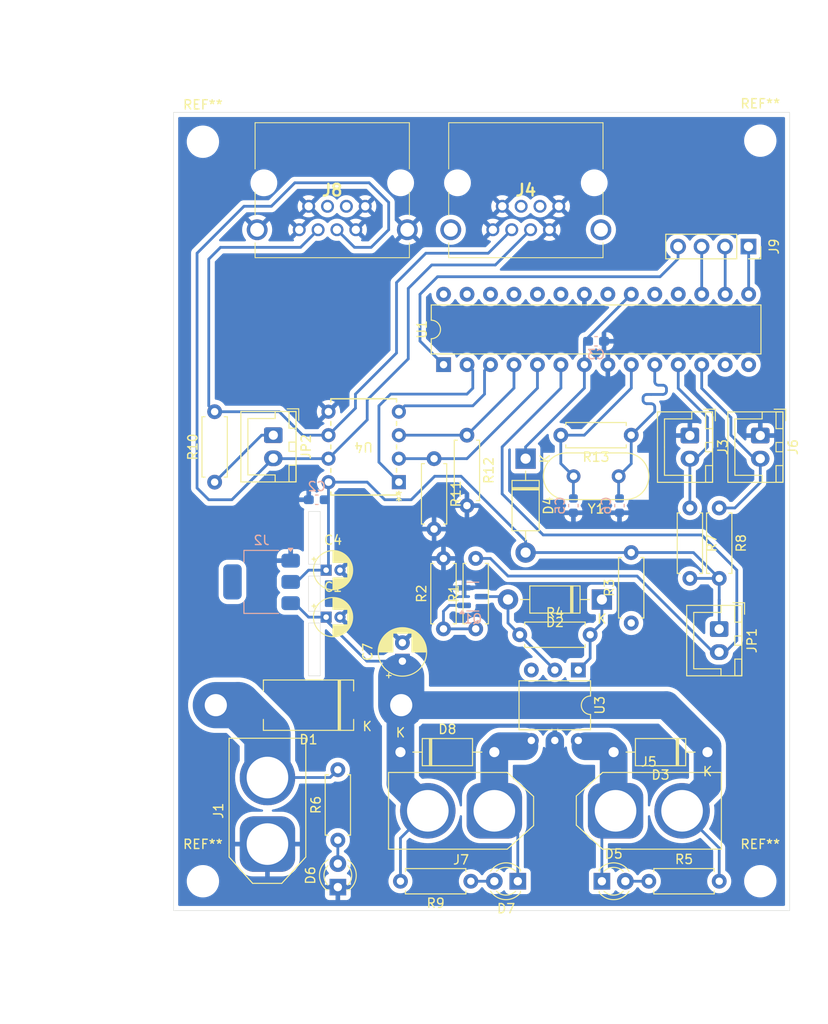
<source format=kicad_pcb>
(kicad_pcb (version 20240108) (generator "pcbnew") (generator_version "8.0")
  (layers (0 "F.Cu" signal) (31 "B.Cu" signal) (34 "B.Paste" user) (35 "F.Paste" user) (36 "B.SilkS" user "B.Silkscreen") (37 "F.SilkS" user "F.Silkscreen") (38 "B.Mask" user) (39 "F.Mask" user) (44 "Edge.Cuts" user))
  (net 0 "")
  (net 1 "GND")
  (net 2 "+12V")
  (net 3 "Net-(D1-A)")
  (net 4 "+5V")
  (net 5 "Net-(D4-K)")
  (net 6 "Net-(D5-A)")
  (net 7 "Net-(D6-A)")
  (net 8 "/Debug-sw1")
  (net 9 "/Debug-sw2")
  (net 10 "/Igniter-signal")
  (net 11 "/RS232C-TX-IN")
  (net 12 "/RS232C-RX-OUT")
  (net 13 "Net-(D7-A)")
  (net 14 "Net-(D3-A)")
  (net 15 "/RS485/A")
  (net 16 "/RS485/B")
  (net 17 "Net-(D7-K)")
  (net 19 "Net-(D2-A)")
  (net 22 "Net-(D2-K)")
  (net 23 "Net-(J9-Pin_2)")
  (net 24 "Net-(J9-Pin_1)")
  (net 25 "Net-(J9-Pin_3)")
  (net 26 "Net-(J9-Pin_4)")
  (net 27 "/RS485_*RE")
  (net 28 "/RS485_DE")
  (net 38 "Net-(U1-XTAL1{slash}PB6)")
  (net 40 "Net-(U1-XTAL2{slash}PB7)")
  (net 44 "Net-(Q1-G)")
  (net 45 "Net-(JP2-A)")
  (footprint "Connector_JST:JST_XH_B2B-XH-A_1x02_P2.50mm_Vertical" (layer "F.Cu") (at 172.72 94.02 -90)
    (property "Reference" "J3" (at 1.25 -3.55 90) (layer "F.SilkS"))
    (property "Value" "debug-sw1")
    (pad "1" thru_hole roundrect (at 0 0 270) (size 1.7 2) (drill 1) (layers "*.Cu" "*.Mask") (roundrect_rratio 0.147059) (net 1 "GND"))
    (pad "2" thru_hole oval (at 2.5 0 270) (size 1.7 2) (drill 1) (layers "*.Cu" "*.Mask") (net 8 "/Debug-sw1"))
  )
  (footprint "MountingHole:MountingHole_3mm" (layer "F.Cu") (at 120.015 62.23)
    (property "Reference" "REF**" (at 0 -4 0) (layer "F.SilkS"))
    (property "Value" "MountingHole_3mm")
    (pad "" np_thru_hole circle (at 0 0) (size 3 3) (drill 3) (layers "*.Cu" "*.Mask"))
  )
  (footprint "Connector_PinSocket_2.54mm:PinSocket_1x04_P2.54mm_Vertical" (layer "F.Cu") (at 179.06 73.57 -90)
    (property "Reference" "J9" (at 0 -2.77 90) (layer "F.SilkS"))
    (property "Value" "Conn_01x04_Socket")
    (pad "1" thru_hole rect (at 0 0 270) (size 1.7 1.7) (drill 1) (layers "*.Cu" "*.Mask") (net 24 "Net-(J9-Pin_1)"))
    (pad "2" thru_hole oval (at 0 2.54 270) (size 1.7 1.7) (drill 1) (layers "*.Cu" "*.Mask") (net 23 "Net-(J9-Pin_2)"))
    (pad "3" thru_hole oval (at 0 5.08 270) (size 1.7 1.7) (drill 1) (layers "*.Cu" "*.Mask") (net 25 "Net-(J9-Pin_3)"))
    (pad "4" thru_hole oval (at 0 7.62 270) (size 1.7 1.7) (drill 1) (layers "*.Cu" "*.Mask") (net 26 "Net-(J9-Pin_4)"))
  )
  (footprint "LED_THT:LED_D3.0mm" (layer "F.Cu") (at 134.62 142.875 90)
    (property "Reference" "D6" (at 1.27 -2.96 90) (layer "F.SilkS"))
    (property "Value" "LED")
    (pad "1" thru_hole rect (at 0 0 90) (size 1.8 1.8) (drill 0.9) (layers "*.Cu" "*.Mask") (net 1 "GND"))
    (pad "2" thru_hole circle (at 2.54 0 90) (size 1.8 1.8) (drill 0.9) (layers "*.Cu" "*.Mask") (net 7 "Net-(D6-A)"))
  )
  (footprint "Resistor_THT:R_Axial_DIN0207_L6.3mm_D2.5mm_P7.62mm_Horizontal" (layer "F.Cu") (at 149.54 114.935 90)
    (property "Reference" "R1" (at 3.81 -2.37 90) (layer "F.SilkS"))
    (property "Value" "100")
    (pad "1" thru_hole circle (at 0 0 90) (size 1.6 1.6) (drill 0.8) (layers "*.Cu" "*.Mask") (net 44 "Net-(Q1-G)"))
    (pad "2" thru_hole oval (at 7.62 0 90) (size 1.6 1.6) (drill 0.8) (layers "*.Cu" "*.Mask") (net 10 "/Igniter-signal"))
  )
  (footprint "0000_my_footprint:78108P8C" (layer "F.Cu") (at 158.537519 69.215 180)
    (property "Reference" "J4" (at 3.57 1.74 180) (layer "F.SilkS") (effects (font (size 1.27 1.27) (thickness 0.254))))
    (property "Value" "RJ45" (hide yes))
    (pad "" np_thru_hole circle (at -3.83 2.54 180) (size 2.4 2.4) (drill 2.4) (layers "*.Cu" "*.Mask"))
    (pad "" np_thru_hole circle (at 10.97 2.54 180) (size 2.4 2.4) (drill 2.4) (layers "*.Cu" "*.Mask"))
    (pad "1" thru_hole circle (at 0 0 180) (size 1.4 1.4) (drill 0.9) (layers "*.Cu" "*.Mask") (net 1 "GND"))
    (pad "2" thru_hole circle (at 1.02 -2.54 180) (size 1.4 1.4) (drill 0.9) (layers "*.Cu" "*.Mask") (net 1 "GND"))
    (pad "3" thru_hole circle (at 2.04 0 180) (size 1.4 1.4) (drill 0.9) (layers "*.Cu" "*.Mask"))
    (pad "4" thru_hole circle (at 3.06 -2.54 180) (size 1.4 1.4) (drill 0.9) (layers "*.Cu" "*.Mask") (net 16 "/RS485/B"))
    (pad "5" thru_hole circle (at 4.08 0 180) (size 1.4 1.4) (drill 0.9) (layers "*.Cu" "*.Mask"))
    (pad "6" thru_hole circle (at 5.1 -2.54 180) (size 1.4 1.4) (drill 0.9) (layers "*.Cu" "*.Mask") (net 15 "/RS485/A"))
    (pad "7" thru_hole circle (at 6.12 0 180) (size 1.4 1.4) (drill 0.9) (layers "*.Cu" "*.Mask") (net 1 "GND"))
    (pad "8" thru_hole circle (at 7.14 -2.54 180) (size 1.4 1.4) (drill 0.9) (layers "*.Cu" "*.Mask") (net 1 "GND"))
    (pad "9" thru_hole circle (at -4.555 -2.54 180) (size 2.25 2.25) (drill 1.5) (layers "*.Cu" "*.Mask"))
    (pad "10" thru_hole circle (at 11.695 -2.54 180) (size 2.25 2.25) (drill 1.5) (layers "*.Cu" "*.Mask"))
  )
  (footprint "Diode_THT:D_DO-41_SOD81_P10.16mm_Horizontal" (layer "F.Cu") (at 141.395 128.27)
    (property "Reference" "D8" (at 5.08 -2.47 0) (layer "F.SilkS"))
    (property "Value" "1N4007")
    (fp_text user "K" (at 0 -2.1 0) (layer "F.SilkS"))
    (pad "1" thru_hole rect (at 0 0) (size 2.2 2.2) (drill 1.1) (layers "*.Cu" "*.Mask") (net 2 "+12V"))
    (pad "2" thru_hole oval (at 10.16 0) (size 2.2 2.2) (drill 1.1) (layers "*.Cu" "*.Mask") (net 17 "Net-(D7-K)"))
  )
  (footprint "0000_my_footprint:78108P8C" (layer "F.Cu") (at 137.582519 69.215 180)
    (property "Reference" "J8" (at 3.57 1.74 180) (layer "F.SilkS") (effects (font (size 1.27 1.27) (thickness 0.254))))
    (property "Value" "RJ45" (hide yes))
    (pad "" np_thru_hole circle (at -3.83 2.54 180) (size 2.4 2.4) (drill 2.4) (layers "*.Cu" "*.Mask"))
    (pad "" np_thru_hole circle (at 10.97 2.54 180) (size 2.4 2.4) (drill 2.4) (layers "*.Cu" "*.Mask"))
    (pad "1" thru_hole circle (at 0 0 180) (size 1.4 1.4) (drill 0.9) (layers "*.Cu" "*.Mask") (net 1 "GND"))
    (pad "2" thru_hole circle (at 1.02 -2.54 180) (size 1.4 1.4) (drill 0.9) (layers "*.Cu" "*.Mask") (net 1 "GND"))
    (pad "3" thru_hole circle (at 2.04 0 180) (size 1.4 1.4) (drill 0.9) (layers "*.Cu" "*.Mask"))
    (pad "4" thru_hole circle (at 3.06 -2.54 180) (size 1.4 1.4) (drill 0.9) (layers "*.Cu" "*.Mask") (net 16 "/RS485/B"))
    (pad "5" thru_hole circle (at 4.08 0 180) (size 1.4 1.4) (drill 0.9) (layers "*.Cu" "*.Mask"))
    (pad "6" thru_hole circle (at 5.1 -2.54 180) (size 1.4 1.4) (drill 0.9) (layers "*.Cu" "*.Mask") (net 15 "/RS485/A"))
    (pad "7" thru_hole circle (at 6.12 0 180) (size 1.4 1.4) (drill 0.9) (layers "*.Cu" "*.Mask") (net 1 "GND"))
    (pad "8" thru_hole circle (at 7.14 -2.54 180) (size 1.4 1.4) (drill 0.9) (layers "*.Cu" "*.Mask") (net 1 "GND"))
    (pad "9" thru_hole circle (at -4.555 -2.54 180) (size 2.25 2.25) (drill 1.5) (layers "*.Cu" "*.Mask") (net 1 "GND"))
    (pad "10" thru_hole circle (at 11.695 -2.54 180) (size 2.25 2.25) (drill 1.5) (layers "*.Cu" "*.Mask") (net 1 "GND"))
  )
  (footprint "MountingHole:MountingHole_3mm" (layer "F.Cu") (at 180.34 142.24)
    (property "Reference" "REF**" (at 0 -4 0) (layer "F.SilkS"))
    (property "Value" "MountingHole_3mm")
    (pad "" np_thru_hole circle (at 0 0) (size 3 3) (drill 3) (layers "*.Cu" "*.Mask"))
  )
  (footprint "LED_THT:LED_D3.0mm" (layer "F.Cu") (at 154.095 142.24 180)
    (property "Reference" "D7" (at 1.27 -2.96 0) (layer "F.SilkS"))
    (property "Value" "LED")
    (pad "1" thru_hole rect (at 0 0 180) (size 1.8 1.8) (drill 0.9) (layers "*.Cu" "*.Mask") (net 17 "Net-(D7-K)"))
    (pad "2" thru_hole circle (at 2.54 0 180) (size 1.8 1.8) (drill 0.9) (layers "*.Cu" "*.Mask") (net 13 "Net-(D7-A)"))
  )
  (footprint "Resistor_THT:R_Axial_DIN0207_L6.3mm_D2.5mm_P7.62mm_Horizontal" (layer "F.Cu") (at 149.015 142.24 180)
    (property "Reference" "R9" (at 3.81 -2.37 0) (layer "F.SilkS"))
    (property "Value" "1k")
    (pad "1" thru_hole circle (at 0 0 180) (size 1.6 1.6) (drill 0.8) (layers "*.Cu" "*.Mask") (net 13 "Net-(D7-A)"))
    (pad "2" thru_hole oval (at 7.62 0 180) (size 1.6 1.6) (drill 0.8) (layers "*.Cu" "*.Mask") (net 2 "+12V"))
  )
  (footprint "Capacitor_THT:CP_Radial_D5.0mm_P2.00mm" (layer "F.Cu") (at 141.605 118.430113 90)
    (property "Reference" "C7" (at 1 -3.75 90) (layer "F.SilkS"))
    (property "Value" "100u")
    (pad "1" thru_hole rect (at 0 0 90) (size 1.6 1.6) (drill 0.8) (layers "*.Cu" "*.Mask") (net 2 "+12V"))
    (pad "2" thru_hole circle (at 2 0 90) (size 1.6 1.6) (drill 0.8) (layers "*.Cu" "*.Mask") (net 1 "GND"))
  )
  (footprint "Resistor_THT:R_Axial_DIN0207_L6.3mm_D2.5mm_P7.62mm_Horizontal" (layer "F.Cu") (at 168.275 142.24)
    (property "Reference" "R5" (at 3.81 -2.37 0) (layer "F.SilkS"))
    (property "Value" "1k")
    (pad "1" thru_hole circle (at 0 0) (size 1.6 1.6) (drill 0.8) (layers "*.Cu" "*.Mask") (net 6 "Net-(D5-A)"))
    (pad "2" thru_hole oval (at 7.62 0) (size 1.6 1.6) (drill 0.8) (layers "*.Cu" "*.Mask") (net 2 "+12V"))
  )
  (footprint "Diode_THT:D_DO-41_SOD81_P10.16mm_Horizontal" (layer "F.Cu") (at 154.94 96.52 -90)
    (property "Reference" "D4" (at 5.08 -2.47 90) (layer "F.SilkS"))
    (property "Value" "45V2A SBM245L")
    (fp_text user "K" (at 0 -2.1 90) (layer "F.SilkS"))
    (pad "1" thru_hole rect (at 0 0 270) (size 2.2 2.2) (drill 1.1) (layers "*.Cu" "*.Mask") (net 5 "Net-(D4-K)"))
    (pad "2" thru_hole oval (at 10.16 0 270) (size 2.2 2.2) (drill 1.1) (layers "*.Cu" "*.Mask") (net 4 "+5V"))
  )
  (footprint "Connector_AMASS:AMASS_XT60-M_1x02_P7.20mm_Vertical" (layer "F.Cu") (at 151.555 134.62 180)
    (property "Reference" "J7" (at 3.6 -5.3 0) (layer "F.SilkS"))
    (property "Value" "Igniter-2")
    (pad "1" thru_hole roundrect (at 0 0 180) (size 6 6) (drill 4.5) (layers "*.Cu" "*.Mask") (net 17 "Net-(D7-K)"))
    (pad "2" thru_hole circle (at 7.2 0 180) (size 6 6) (drill 4.5) (layers "*.Cu" "*.Mask") (net 2 "+12V"))
  )
  (footprint "LED_THT:LED_D3.0mm" (layer "F.Cu") (at 163.195 142.24)
    (property "Reference" "D5" (at 1.27 -2.96 0) (layer "F.SilkS"))
    (property "Value" "LED")
    (pad "1" thru_hole rect (at 0 0) (size 1.8 1.8) (drill 0.9) (layers "*.Cu" "*.Mask") (net 14 "Net-(D3-A)"))
    (pad "2" thru_hole circle (at 2.54 0) (size 1.8 1.8) (drill 0.9) (layers "*.Cu" "*.Mask") (net 6 "Net-(D5-A)"))
  )
  (footprint "0000_my_footprint:SBM1060LSS_P20mm_Horizontal" (layer "F.Cu") (at 137.795 123.19 180)
    (property "Reference" "D1" (at 6.35 -3.725 360) (layer "F.SilkS"))
    (property "Value" "45V10A SBM1045VSS")
    (fp_text user "K" (at 0 -2.3 360) (layer "F.SilkS"))
    (pad "1" thru_hole rect (at -3.683 0 180) (size 3.6 3.6) (drill 2.4) (layers "*.Cu" "*.Mask") (net 2 "+12V"))
    (pad "2" thru_hole oval (at 16.383 0 180) (size 3.6 3.6) (drill 2.4) (layers "*.Cu" "*.Mask") (net 3 "Net-(D1-A)"))
  )
  (footprint "Diode_THT:D_DO-41_SOD81_P10.16mm_Horizontal" (layer "F.Cu") (at 163.195 111.76 180)
    (property "Reference" "D2" (at 5.08 -2.47 0) (layer "F.SilkS"))
    (property "Value" "diode")
    (fp_text user "K" (at 0 -2.1 0) (layer "F.SilkS"))
    (pad "1" thru_hole rect (at 0 0 180) (size 2.2 2.2) (drill 1.1) (layers "*.Cu" "*.Mask") (net 22 "Net-(D2-K)"))
    (pad "2" thru_hole oval (at 10.16 0 180) (size 2.2 2.2) (drill 1.1) (layers "*.Cu" "*.Mask") (net 19 "Net-(D2-A)"))
  )
  (footprint "Capacitor_THT:CP_Radial_D4.0mm_P1.50mm" (layer "F.Cu") (at 133.35 113.665)
    (property "Reference" "C1" (at 0.75 -3.25 0) (layer "F.SilkS"))
    (property "Value" "47u")
    (pad "1" thru_hole rect (at 0 0) (size 1.2 1.2) (drill 0.6) (layers "*.Cu" "*.Mask") (net 2 "+12V"))
    (pad "2" thru_hole circle (at 1.5 0) (size 1.2 1.2) (drill 0.6) (layers "*.Cu" "*.Mask") (net 1 "GND"))
  )
  (footprint "Resistor_THT:R_Axial_DIN0207_L6.3mm_D2.5mm_P7.62mm_Horizontal" (layer "F.Cu") (at 166.37 93.98 180)
    (property "Reference" "R13" (at 3.81 -2.37 360) (layer "F.SilkS"))
    (property "Value" "1M")
    (pad "1" thru_hole circle (at 0 0 180) (size 1.6 1.6) (drill 0.8) (layers "*.Cu" "*.Mask") (net 40 "Net-(U1-XTAL2{slash}PB7)"))
    (pad "2" thru_hole oval (at 7.62 0 180) (size 1.6 1.6) (drill 0.8) (layers "*.Cu" "*.Mask") (net 38 "Net-(U1-XTAL1{slash}PB6)"))
  )
  (footprint "Resistor_THT:R_Axial_DIN0207_L6.3mm_D2.5mm_P7.62mm_Horizontal" (layer "F.Cu") (at 134.62 137.795 90)
    (property "Reference" "R6" (at 3.81 -2.37 90) (layer "F.SilkS"))
    (property "Value" "1k")
    (pad "1" thru_hole circle (at 0 0 90) (size 1.6 1.6) (drill 0.8) (layers "*.Cu" "*.Mask") (net 7 "Net-(D6-A)"))
    (pad "2" thru_hole oval (at 7.62 0 90) (size 1.6 1.6) (drill 0.8) (layers "*.Cu" "*.Mask") (net 3 "Net-(D1-A)"))
  )
  (footprint "Resistor_THT:R_Axial_DIN0207_L6.3mm_D2.5mm_P7.62mm_Horizontal" (layer "F.Cu") (at 175.895 101.854 -90)
    (property "Reference" "R8" (at 3.81 -2.37 90) (layer "F.SilkS"))
    (property "Value" "1k")
    (pad "1" thru_hole circle (at 0 0 270) (size 1.6 1.6) (drill 0.8) (layers "*.Cu" "*.Mask") (net 9 "/Debug-sw2"))
    (pad "2" thru_hole oval (at 7.62 0 270) (size 1.6 1.6) (drill 0.8) (layers "*.Cu" "*.Mask") (net 4 "+5V"))
  )
  (footprint "Connector_JST:JST_XH_B2B-XH-A_1x02_P2.50mm_Vertical" (layer "F.Cu") (at 180.34 94.02 -90)
    (property "Reference" "J6" (at 1.25 -3.55 90) (layer "F.SilkS"))
    (property "Value" "debug-sw1")
    (pad "1" thru_hole roundrect (at 0 0 270) (size 1.7 2) (drill 1) (layers "*.Cu" "*.Mask") (roundrect_rratio 0.147059) (net 1 "GND"))
    (pad "2" thru_hole oval (at 2.5 0 270) (size 1.7 2) (drill 1) (layers "*.Cu" "*.Mask") (net 9 "/Debug-sw2"))
  )
  (footprint "000b:PDIP-8_N_LIT" (layer "F.Cu") (at 141.224 99.06 180)
    (property "Reference" "U4" (at 3.81 3.81 180) (layer "F.SilkS"))
    (property "Value" "LTC1480CN8-PBF")
    (fp_text user "*" (at 0 -1.524 180) (layer "F.SilkS"))
    (fp_text user "*" (at 0 -1.524 0) (layer "F.SilkS"))
    (pad "1" thru_hole rect (at 0 0 180) (size 1.524 1.524) (drill 0.8128) (layers "*.Cu" "*.Mask") (net 12 "/RS232C-RX-OUT"))
    (pad "2" thru_hole circle (at 0 2.54 180) (size 1.524 1.524) (drill 0.8128) (layers "*.Cu" "*.Mask") (net 27 "/RS485_*RE"))
    (pad "3" thru_hole circle (at 0 5.08 180) (size 1.524 1.524) (drill 0.8128) (layers "*.Cu" "*.Mask") (net 28 "/RS485_DE"))
    (pad "4" thru_hole circle (at 0 7.62 180) (size 1.524 1.524) (drill 0.8128) (layers "*.Cu" "*.Mask") (net 11 "/RS232C-TX-IN"))
    (pad "5" thru_hole circle (at 7.62 7.62 180) (size 1.524 1.524) (drill 0.8128) (layers "*.Cu" "*.Mask") (net 1 "GND"))
    (pad "6" thru_hole circle (at 7.62 5.08 180) (size 1.524 1.524) (drill 0.8128) (layers "*.Cu" "*.Mask") (net 15 "/RS485/A"))
    (pad "7" thru_hole circle (at 7.62 2.54 180) (size 1.524 1.524) (drill 0.8128) (layers "*.Cu" "*.Mask") (net 16 "/RS485/B"))
    (pad "8" thru_hole circle (at 7.62 0 180) (size 1.524 1.524) (drill 0.8128) (layers "*.Cu" "*.Mask") (net 4 "+5V"))
  )
  (footprint "Resistor_THT:R_Axial_DIN0207_L6.3mm_D2.5mm_P7.62mm_Horizontal" (layer "F.Cu") (at 145.034 96.52 -90)
    (property "Reference" "R11" (at 3.81 -2.37 90) (layer "F.SilkS"))
    (property "Value" "1k")
    (pad "1" thru_hole circle (at 0 0 270) (size 1.6 1.6) (drill 0.8) (layers "*.Cu" "*.Mask") (net 27 "/RS485_*RE"))
    (pad "2" thru_hole oval (at 7.62 0 270) (size 1.6 1.6) (drill 0.8) (layers "*.Cu" "*.Mask") (net 1 "GND"))
  )
  (footprint "Package_DIP:DIP-6_W7.62mm" (layer "F.Cu") (at 160.64 119.39 -90)
    (property "Reference" "U3" (at 3.81 -2.33 -90) (layer "F.SilkS"))
    (property "Value" "TLP3543A")
    (pad "1" thru_hole rect (at 0 0 270) (size 1.6 1.6) (drill 0.8) (layers "*.Cu" "*.Mask") (net 22 "Net-(D2-K)"))
    (pad "2" thru_hole oval (at 0 2.54 270) (size 1.6 1.6) (drill 0.8) (layers "*.Cu" "*.Mask") (net 19 "Net-(D2-A)"))
    (pad "3" thru_hole oval (at 0 5.08 270) (size 1.6 1.6) (drill 0.8) (layers "*.Cu" "*.Mask"))
    (pad "4" thru_hole oval (at 7.62 5.08 270) (size 1.6 1.6) (drill 0.8) (layers "*.Cu" "*.Mask") (net 17 "Net-(D7-K)"))
    (pad "5" thru_hole oval (at 7.62 2.54 270) (size 1.6 1.6) (drill 0.8) (layers "*.Cu" "*.Mask") (net 1 "GND"))
    (pad "6" thru_hole oval (at 7.62 0 270) (size 1.6 1.6) (drill 0.8) (layers "*.Cu" "*.Mask") (net 14 "Net-(D3-A)"))
  )
  (footprint "Crystal:Crystal_HC49-4H_Vertical" (layer "F.Cu") (at 165.01 98.425 180)
    (property "Reference" "Y1" (at 2.44 -3.525 0) (layer "F.SilkS"))
    (property "Value" "Crystal_GND3_Small")
    (pad "1" thru_hole circle (at 0 0 180) (size 1.5 1.5) (drill 0.8) (layers "*.Cu" "*.Mask") (net 40 "Net-(U1-XTAL2{slash}PB7)"))
    (pad "2" thru_hole circle (at 4.88 0 180) (size 1.5 1.5) (drill 0.8) (layers "*.Cu" "*.Mask") (net 38 "Net-(U1-XTAL1{slash}PB6)"))
  )
  (footprint "Connector_JST:JST_XH_B2B-XH-A_1x02_P2.50mm_Vertical" (layer "F.Cu") (at 127.635 93.98 -90)
    (property "Reference" "JP2" (at 1.25 -3.55 90) (layer "F.SilkS"))
    (property "Value" "Jumper_2_Small_Bridged")
    (pad "1" thru_hole roundrect (at 0 0 270) (size 1.7 2) (drill 1) (layers "*.Cu" "*.Mask") (roundrect_rratio 0.147059) (net 45 "Net-(JP2-A)"))
    (pad "2" thru_hole oval (at 2.5 0 270) (size 1.7 2) (drill 1) (layers "*.Cu" "*.Mask") (net 16 "/RS485/B"))
  )
  (footprint "Resistor_THT:R_Axial_DIN0207_L6.3mm_D2.5mm_P7.62mm_Horizontal" (layer "F.Cu") (at 154.305 115.57)
    (property "Reference" "R4" (at 3.81 -2.37 0) (layer "F.SilkS"))
    (property "Value" "2k")
    (pad "1" thru_hole circle (at 0 0) (size 1.6 1.6) (drill 0.8) (layers "*.Cu" "*.Mask") (net 19 "Net-(D2-A)"))
    (pad "2" thru_hole oval (at 7.62 0) (size 1.6 1.6) (drill 0.8) (layers "*.Cu" "*.Mask") (net 22 "Net-(D2-K)"))
  )
  (footprint "Connector_AMASS:AMASS_XT60-M_1x02_P7.20mm_Vertical" (layer "F.Cu") (at 164.675 134.62)
    (property "Reference" "J5" (at 3.6 -5.3 180) (layer "F.SilkS"))
    (property "Value" "Igniter-1")
    (pad "1" thru_hole roundrect (at 0 0) (size 6 6) (drill 4.5) (layers "*.Cu" "*.Mask") (net 14 "Net-(D3-A)"))
    (pad "2" thru_hole circle (at 7.2 0) (size 6 6) (drill 4.5) (layers "*.Cu" "*.Mask") (net 2 "+12V"))
  )
  (footprint "Capacitor_THT:CP_Radial_D4.0mm_P1.50mm" (layer "F.Cu") (at 133.35 108.585)
    (property "Reference" "C4" (at 0.75 -3.25 0) (layer "F.SilkS"))
    (property "Value" "47u")
    (pad "1" thru_hole rect (at 0 0) (size 1.2 1.2) (drill 0.6) (layers "*.Cu" "*.Mask") (net 4 "+5V"))
    (pad "2" thru_hole circle (at 1.5 0) (size 1.2 1.2) (drill 0.6) (layers "*.Cu" "*.Mask") (net 1 "GND"))
  )
  (footprint "MountingHole:MountingHole_3mm" (layer "F.Cu") (at 120.015 142.24)
    (property "Reference" "REF**" (at 0 -4 0) (layer "F.SilkS"))
    (property "Value" "MountingHole_3mm")
    (pad "" np_thru_hole circle (at 0 0) (size 3 3) (drill 3) (layers "*.Cu" "*.Mask"))
  )
  (footprint "Resistor_THT:R_Axial_DIN0207_L6.3mm_D2.5mm_P7.62mm_Horizontal" (layer "F.Cu") (at 121.285 99.06 90)
    (property "Reference" "R10" (at 3.81 -2.37 90) (layer "F.SilkS"))
    (property "Value" "120")
    (pad "1" thru_hole circle (at 0 0 90) (size 1.6 1.6) (drill 0.8) (layers "*.Cu" "*.Mask") (net 45 "Net-(JP2-A)"))
    (pad "2" thru_hole oval (at 7.62 0 90) (size 1.6 1.6) (drill 0.8) (layers "*.Cu" "*.Mask") (net 15 "/RS485/A"))
  )
  (footprint "Connector_JST:JST_XH_B2B-XH-A_1x02_P2.50mm_Vertical" (layer "F.Cu") (at 175.885 114.955 -90)
    (property "Reference" "JP1" (at 1.25 -3.55 90) (layer "F.SilkS"))
    (property "Value" "Jumper_2_Open")
    (pad "1" thru_hole roundrect (at 0 0 270) (size 1.7 2) (drill 1) (layers "*.Cu" "*.Mask") (roundrect_rratio 0.147059) (net 4 "+5V"))
    (pad "2" thru_hole oval (at 2.5 0 270) (size 1.7 2) (drill 1) (layers "*.Cu" "*.Mask") (net 10 "/Igniter-signal"))
  )
  (footprint "Diode_THT:D_DO-41_SOD81_P10.16mm_Horizontal" (layer "F.Cu") (at 174.625 128.27 180)
    (property "Reference" "D3" (at 5.08 -2.47 0) (layer "F.SilkS"))
    (property "Value" "1N4007")
    (fp_text user "K" (at 0 -2.1 0) (layer "F.SilkS"))
    (pad "1" thru_hole rect (at 0 0 180) (size 2.2 2.2) (drill 1.1) (layers "*.Cu" "*.Mask") (net 2 "+12V"))
    (pad "2" thru_hole oval (at 10.16 0 180) (size 2.2 2.2) (drill 1.1) (layers "*.Cu" "*.Mask") (net 14 "Net-(D3-A)"))
  )
  (footprint "MountingHole:MountingHole_3mm" (layer "F.Cu") (at 180.34 62.115)
    (property "Reference" "REF**" (at 0 -4 0) (layer "F.SilkS"))
    (property "Value" "MountingHole_3mm")
    (pad "" np_thru_hole circle (at 0 0) (size 3 3) (drill 3) (layers "*.Cu" "*.Mask"))
  )
  (footprint "Connector_AMASS:AMASS_XT60-M_1x02_P7.20mm_Vertical" (layer "F.Cu") (at 127 138.22 90)
    (property "Reference" "J1" (at 3.6 -5.3 90) (layer "F.SilkS"))
    (property "Value" "Conn_01x02")
    (pad "1" thru_hole roundrect (at 0 0 90) (size 6 6) (drill 4.5) (layers "*.Cu" "*.Mask") (net 1 "GND"))
    (pad "2" thru_hole circle (at 7.2 0 90) (size 6 6) (drill 4.5) (layers "*.Cu" "*.Mask") (net 3 "Net-(D1-A)"))
  )
  (footprint "Resistor_THT:R_Axial_DIN0207_L6.3mm_D2.5mm_P7.62mm_Horizontal" (layer "F.Cu") (at 166.37 114.3 90)
    (property "Reference" "R3" (at 3.81 -2.37 90) (layer "F.SilkS"))
    (property "Value" "500")
    (pad "1" thru_hole circle (at 0 0 90) (size 1.6 1.6) (drill 0.8) (layers "*.Cu" "*.Mask") (net 22 "Net-(D2-K)"))
    (pad "2" thru_hole oval (at 7.62 0 90) (size 1.6 1.6) (drill 0.8) (layers "*.Cu" "*.Mask") (net 4 "+5V"))
  )
  (footprint "Resistor_THT:R_Axial_DIN0207_L6.3mm_D2.5mm_P7.62mm_Horizontal" (layer "F.Cu") (at 148.59 93.98 -90)
    (property "Reference" "R12" (at 3.81 -2.37 90) (layer "F.SilkS"))
    (property "Value" "1k")
    (pad "1" thru_hole circle (at 0 0 270) (size 1.6 1.6) (drill 0.8) (layers "*.Cu" "*.Mask") (net 28 "/RS485_DE"))
    (pad "2" thru_hole oval (at 7.62 0 270) (size 1.6 1.6) (drill 0.8) (layers "*.Cu" "*.Mask") (net 1 "GND"))
  )
  (footprint "Package_DIP:DIP-28_W7.62mm" (layer "F.Cu") (at 146.06 86.35 90)
    (property "Reference" "U1" (at 3.81 -2.33 90) (layer "F.SilkS"))
    (property "Value" "ATMEGA328P-PU")
    (pad "1" thru_hole rect (at 0 0 90) (size 1.6 1.6) (drill 0.8) (layers "*.Cu" "*.Mask") (net 26 "Net-(J9-Pin_4)"))
    (pad "2" thru_hole oval (at 0 2.54 90) (size 1.6 1.6) (drill 0.8) (layers "*.Cu" "*.Mask") (net 12 "/RS232C-RX-OUT"))
    (pad "3" thru_hole oval (at 0 5.08 90) (size 1.6 1.6) (drill 0.8) (layers "*.Cu" "*.Mask") (net 11 "/RS232C-TX-IN"))
    (pad "4" thru_hole oval (at 0 7.62 90) (size 1.6 1.6) (drill 0.8) (layers "*.Cu" "*.Mask") (net 28 "/RS485_DE"))
    (pad "5" thru_hole oval (at 0 10.16 90) (size 1.6 1.6) (drill 0.8) (layers "*.Cu" "*.Mask") (net 27 "/RS485_*RE"))
    (pad "6" thru_hole oval (at 0 12.7 90) (size 1.6 1.6) (drill 0.8) (layers "*.Cu" "*.Mask") (net 10 "/Igniter-signal"))
    (pad "7" thru_hole oval (at 0 15.24 90) (size 1.6 1.6) (drill 0.8) (layers "*.Cu" "*.Mask") (net 5 "Net-(D4-K)"))
    (pad "8" thru_hole oval (at 0 17.78 90) (size 1.6 1.6) (drill 0.8) (layers "*.Cu" "*.Mask") (net 1 "GND"))
    (pad "9" thru_hole oval (at 0 20.32 90) (size 1.6 1.6) (drill 0.8) (layers "*.Cu" "*.Mask") (net 38 "Net-(U1-XTAL1{slash}PB6)"))
    (pad "10" thru_hole oval (at 0 22.86 90) (size 1.6 1.6) (drill 0.8) (layers "*.Cu" "*.Mask") (net 40 "Net-(U1-XTAL2{slash}PB7)"))
    (pad "11" thru_hole oval (at 0 25.4 90) (size 1.6 1.6) (drill 0.8) (layers "*.Cu" "*.Mask") (net 8 "/Debug-sw1"))
    (pad "12" thru_hole oval (at 0 27.94 90) (size 1.6 1.6) (drill 0.8) (layers "*.Cu" "*.Mask") (net 9 "/Debug-sw2"))
    (pad "13" thru_hole oval (at 0 30.48 90) (size 1.6 1.6) (drill 0.8) (layers "*.Cu" "*.Mask"))
    (pad "14" thru_hole oval (at 0 33.02 90) (size 1.6 1.6) (drill 0.8) (layers "*.Cu" "*.Mask"))
    (pad "15" thru_hole oval (at 7.62 33.02 90) (size 1.6 1.6) (drill 0.8) (layers "*.Cu" "*.Mask") (net 24 "Net-(J9-Pin_1)"))
    (pad "16" thru_hole oval (at 7.62 30.48 90) (size 1.6 1.6) (drill 0.8) (layers "*.Cu" "*.Mask") (net 23 "Net-(J9-Pin_2)"))
    (pad "17" thru_hole oval (at 7.62 27.94 90) (size 1.6 1.6) (drill 0.8) (layers "*.Cu" "*.Mask") (net 25 "Net-(J9-Pin_3)"))
    (pad "18" thru_hole oval (at 7.62 25.4 90) (size 1.6 1.6) (drill 0.8) (layers "*.Cu" "*.Mask"))
    (pad "19" thru_hole oval (at 7.62 22.86 90) (size 1.6 1.6) (drill 0.8) (layers "*.Cu" "*.Mask"))
    (pad "20" thru_hole oval (at 7.62 20.32 90) (size 1.6 1.6) (drill 0.8) (layers "*.Cu" "*.Mask") (net 5 "Net-(D4-K)"))
    (pad "21" thru_hole oval (at 7.62 17.78 90) (size 1.6 1.6) (drill 0.8) (layers "*.Cu" "*.Mask"))
    (pad "22" thru_hole oval (at 7.62 15.24 90) (size 1.6 1.6) (drill 0.8) (layers "*.Cu" "*.Mask") (net 1 "GND"))
    (pad "23" thru_hole oval (at 7.62 12.7 90) (size 1.6 1.6) (drill 0.8) (layers "*.Cu" "*.Mask"))
    (pad "24" thru_hole oval (at 7.62 10.16 90) (size 1.6 1.6) (drill 0.8) (layers "*.Cu" "*.Mask"))
    (pad "25" thru_hole oval (at 7.62 7.62 90) (size 1.6 1.6) (drill 0.8) (layers "*.Cu" "*.Mask"))
    (pad "26" thru_hole oval (at 7.62 5.08 90) (size 1.6 1.6) (drill 0.8) (layers "*.Cu" "*.Mask"))
    (pad "27" thru_hole oval (at 7.62 2.54 90) (size 1.6 1.6) (drill 0.8) (layers "*.Cu" "*.Mask"))
    (pad "28" thru_hole oval (at 7.62 0 90) (size 1.6 1.6) (drill 0.8) (layers "*.Cu" "*.Mask"))
  )
  (footprint "Resistor_THT:R_Axial_DIN0207_L6.3mm_D2.5mm_P7.62mm_Horizontal" (layer "F.Cu") (at 172.72 101.854 -90)
    (property "Reference" "R7" (at 3.81 -2.37 90) (layer "F.SilkS"))
    (property "Value" "1k")
    (pad "1" thru_hole circle (at 0 0 270) (size 1.6 1.6) (drill 0.8) (layers "*.Cu" "*.Mask") (net 8 "/Debug-sw1"))
    (pad "2" thru_hole oval (at 7.62 0 270) (size 1.6 1.6) (drill 0.8) (layers "*.Cu" "*.Mask") (net 4 "+5V"))
  )
  (footprint "Resistor_THT:R_Axial_DIN0207_L6.3mm_D2.5mm_P7.62mm_Horizontal" (layer "F.Cu") (at 146.05 114.935 90)
    (property "Reference" "R2" (at 3.81 -2.37 90) (layer "F.SilkS"))
    (property "Value" "1k")
    (pad "1" thru_hole circle (at 0 0 90) (size 1.6 1.6) (drill 0.8) (layers "*.Cu" "*.Mask") (net 44 "Net-(Q1-G)"))
    (pad "2" thru_hole oval (at 7.62 0 90) (size 1.6 1.6) (drill 0.8) (layers "*.Cu" "*.Mask") (net 1 "GND"))
  )
  (footprint "Capacitor_SMD:C_0603_1608Metric_Pad1.08x0.95mm_HandSolder" (layer "B.Cu") (at 132.334 100.965 180)
    (property "Reference" "C2" (at 0 1.43 0) (layer "B.SilkS") (effects (justify mirror)))
    (property "Value" "0.1uF")
    (pad "1" smd roundrect (at -0.8625 0 180) (size 1.075 0.95) (layers "B.Cu" "B.Paste" "B.Mask") (net 4 "+5V"))
    (pad "2" smd roundrect (at 0.8625 0 180) (size 1.075 0.95) (layers "B.Cu" "B.Paste" "B.Mask") (net 1 "GND"))
  )
  (footprint "Capacitor_SMD:C_0603_1608Metric" (layer "B.Cu") (at 165.1 101.6 -90)
    (property "Reference" "C6" (at 0 1.43 90) (layer "B.SilkS") (effects (justify mirror)))
    (property "Value" "22p")
    (pad "1" smd roundrect (at -0.775 0 270) (size 0.9 0.95) (layers "B.Cu" "B.Paste" "B.Mask") (net 40 "Net-(U1-XTAL2{slash}PB7)"))
    (pad "2" smd roundrect (at 0.775 0 270) (size 0.9 0.95) (layers "B.Cu" "B.Paste" "B.Mask") (net 1 "GND"))
  )
  (footprint "Capacitor_SMD:C_0603_1608Metric_Pad1.08x0.95mm_HandSolder" (layer "B.Cu") (at 162.56 83.82)
    (property "Reference" "C3" (at 0 1.43 180) (layer "B.SilkS") (effects (justify mirror)))
    (property "Value" "0.1u")
    (pad "1" smd roundrect (at -0.8625 0) (size 1.075 0.95) (layers "B.Cu" "B.Paste" "B.Mask") (net 5 "Net-(D4-K)"))
    (pad "2" smd roundrect (at 0.8625 0) (size 1.075 0.95) (layers "B.Cu" "B.Paste" "B.Mask") (net 1 "GND"))
  )
  (footprint "Capacitor_SMD:C_0603_1608Metric" (layer "B.Cu") (at 160.11 101.6 -90)
    (property "Reference" "C5" (at 0 1.43 90) (layer "B.SilkS") (effects (justify mirror)))
    (property "Value" "22p")
    (pad "1" smd roundrect (at -0.775 0 270) (size 0.9 0.95) (layers "B.Cu" "B.Paste" "B.Mask") (net 38 "Net-(U1-XTAL1{slash}PB6)"))
    (pad "2" smd roundrect (at 0.775 0 270) (size 0.9 0.95) (layers "B.Cu" "B.Paste" "B.Mask") (net 1 "GND"))
  )
  (footprint "Package_TO_SOT_SMD:SOT-223-3_TabPin2" (layer "B.Cu") (at 126.365 109.855 180)
    (property "Reference" "J2" (at 0 4.5 0) (layer "B.SilkS") (effects (justify mirror)))
    (property "Value" "LD1117S50")
    (pad "1" smd roundrect (at -3.15 2.3 180) (size 2 1.5) (layers "B.Cu" "B.Paste" "B.Mask") (net 1 "GND"))
    (pad "2" smd roundrect (at -3.15 0 180) (size 2 1.5) (layers "B.Cu" "B.Paste" "B.Mask") (net 4 "+5V"))
    (pad "2" smd roundrect (at 3.15 0 180) (size 2 3.8) (layers "B.Cu" "B.Paste" "B.Mask") (net 4 "+5V"))
    (pad "3" smd roundrect (at -3.15 -2.3 180) (size 2 1.5) (layers "B.Cu" "B.Paste" "B.Mask") (net 2 "+12V"))
  )
  (footprint "Package_TO_SOT_SMD:SOT-23" (layer "B.Cu") (at 149.225 111.445)
    (property "Reference" "Q1" (at 0 2.4 360) (layer "B.SilkS") (effects (justify mirror)))
    (property "Value" "BSS138")
    (pad "1" smd roundrect (at -0.9375 0.95) (size 1.475 0.6) (layers "B.Cu" "B.Paste" "B.Mask") (net 44 "Net-(Q1-G)"))
    (pad "2" smd roundrect (at -0.9375 -0.95) (size 1.475 0.6) (layers "B.Cu" "B.Paste" "B.Mask") (net 1 "GND"))
    (pad "3" smd roundrect (at 0.9375 0) (size 1.475 0.6) (layers "B.Cu" "B.Paste" "B.Mask") (net 19 "Net-(D2-A)"))
  )
  (gr_poly (pts (xy 131.445 107.95) (xy 131.445 102.235) (xy 132.715 102.235) (xy 132.715 107.95)) (stroke (width 0.05)) (fill none) (layer "Edge.Cuts"))
  (gr_poly (pts (xy 131.445 109.22) (xy 132.715 109.22) (xy 132.715 113.03) (xy 131.445 113.03)) (stroke (width 0.05)) (fill none) (layer "Edge.Cuts"))
  (gr_poly (pts (xy 131.445 114.3) (xy 132.715 114.3) (xy 132.715 120.015) (xy 131.445 120.015)) (stroke (width 0.05)) (fill none) (layer "Edge.Cuts"))
  (gr_rect (start 116.84 59.055) (end 183.515 145.415) (stroke (width 0.05)) (fill none) (layer "Edge.Cuts"))
  (segment (start 158.1 127.01) (end 158.1 129.398) (width 2) (layer "B.Cu") (net 1))
  (segment (start 141.395 142.24) (end 141.395 137.58) (width 0.3) (layer "B.Cu") (net 2))
  (segment (start 141.395 137.58) (end 144.355 134.62) (width 0.3) (layer "B.Cu") (net 2))
  (segment (start 174.625 131.87) (end 171.875 134.62) (width 3) (layer "B.Cu") (net 2))
  (segment (start 137.764352 118.430113) (end 141.605 118.430113) (width 0.3) (layer "B.Cu") (net 2))
  (segment (start 141.395 131.66) (end 144.355 134.62) (width 3) (layer "B.Cu") (net 2))
  (segment (start 133.11 113.425) (end 133.35 113.665) (width 0.3) (layer "B.Cu") (net 2))
  (segment (start 129.935 112.155) (end 131.445 113.665) (width 0.3) (layer "B.Cu") (net 2))
  (segment (start 141.478 123.19) (end 141.478 120.142) (width 5) (layer "B.Cu") (net 2))
  (segment (start 141.395 123.273) (end 141.478 123.19) (width 3) (layer "B.Cu") (net 2))
  (segment (start 133.35 114.015761) (end 137.764352 118.430113) (width 0.3) (layer "B.Cu") (net 2))
  (segment (start 141.478 123.19) (end 170.18 123.19) (width 3) (layer "B.Cu") (net 2))
  (segment (start 172.085 125.095) (end 174.625 127.635) (width 3) (layer "B.Cu") (net 2))
  (segment (start 174.625 127.635) (end 174.625 131.87) (width 3) (layer "B.Cu") (net 2))
  (segment (start 175.895 138.64) (end 175.895 142.24) (width 0.3) (layer "B.Cu") (net 2))
  (segment (start 171.875 134.62) (end 175.895 138.64) (width 0.3) (layer "B.Cu") (net 2))
  (segment (start 141.395 123.273) (end 141.395 131.66) (width 3) (layer "B.Cu") (net 2))
  (segment (start 133.35 113.665) (end 133.35 114.015761) (width 0.3) (layer "B.Cu") (net 2))
  (segment (start 129.515 112.155) (end 129.935 112.155) (width 0.3) (layer "B.Cu") (net 2))
  (segment (start 170.18 123.19) (end 172.085 125.095) (width 3) (layer "B.Cu") (net 2))
  (segment (start 131.445 113.665) (end 133.35 113.665) (width 0.3) (layer "B.Cu") (net 2))
  (segment (start 127 131.02) (end 127 126.365) (width 5) (layer "B.Cu") (net 3))
  (segment (start 123.825 123.19) (end 121.412 123.19) (width 5) (layer "B.Cu") (net 3))
  (segment (start 133.775 131.02) (end 134.62 130.175) (width 0.3) (layer "B.Cu") (net 3))
  (segment (start 127 126.365) (end 123.825 123.19) (width 5) (layer "B.Cu") (net 3))
  (segment (start 127 131.02) (end 133.775 131.02) (width 0.3) (layer "B.Cu") (net 3))
  (segment (start 139.7 100.965) (end 137.795 99.06) (width 0.3) (layer "B.Cu") (net 4))
  (segment (start 133.35 108.585) (end 131.445 108.585) (width 0.3) (layer "B.Cu") (net 4))
  (segment (start 133.35 108.585) (end 133.65 108.285) (width 0.3) (layer "B.Cu") (net 4))
  (segment (start 130.175 109.855) (end 129.515 109.855) (width 0.3) (layer "B.Cu") (net 4))
  (segment (start 133.604 108.331) (end 133.35 108.585) (width 0.3) (layer "B.Cu") (net 4))
  (segment (start 142.5575 100.965) (end 139.7 100.965) (width 0.3) (layer "B.Cu") (net 4))
  (segment (start 154.94 105.41) (end 147.955 98.425) (width 0.3) (layer "B.Cu") (net 4))
  (segment (start 133.604 108.331) (end 133.604 99.06) (width 0.3) (layer "B.Cu") (net 4))
  (segment (start 154.94 106.68) (end 165.735 106.68) (width 0.3) (layer "B.Cu") (net 4))
  (segment (start 175.895 109.474) (end 175.895 111.78) (width 0.3) (layer "B.Cu") (net 4))
  (segment (start 175.895 109.474) (end 172.72 109.474) (width 0.3) (layer "B.Cu") (net 4))
  (segment (start 147.955 98.425) (end 145.0975 98.425) (width 0.3) (layer "B.Cu") (net 4))
  (segment (start 175.895 114.945) (end 175.885 114.955) (width 0.3) (layer "B.Cu") (net 4))
  (segment (start 175.895 111.78) (end 175.895 112.415) (width 0.3) (layer "B.Cu") (net 4))
  (segment (start 133.604 99.06) (end 133.985 99.441) (width 0.3) (layer "B.Cu") (net 4))
  (segment (start 137.795 99.06) (end 133.604 99.06) (width 0.3) (layer "B.Cu") (net 4))
  (segment (start 154.94 106.68) (end 154.94 105.41) (width 0.3) (layer "B.Cu") (net 4))
  (segment (start 173.101 106.68) (end 175.895 109.474) (width 0.3) (layer "B.Cu") (net 4))
  (segment (start 145.0975 98.425) (end 142.5575 100.965) (width 0.3) (layer "B.Cu") (net 4))
  (segment (start 131.445 108.585) (end 130.175 109.855) (width 0.3) (layer "B.Cu") (net 4))
  (segment (start 165.735 106.68) (end 173.101 106.68) (width 0.3) (layer "B.Cu") (net 4))
  (segment (start 175.895 111.78) (end 175.895 114.945) (width 0.3) (layer "B.Cu") (net 4))
  (segment (start 154.94 95.25) (end 154.94 96.52) (width 0.3) (layer "B.Cu") (net 5))
  (segment (start 161.3 86.35) (end 161.3 88.89) (width 0.3) (layer "B.Cu") (net 5))
  (segment (start 161.3 83.81) (end 166.38 78.73) (width 0.3) (layer "B.Cu") (net 5))
  (segment (start 161.3 88.89) (end 154.94 95.25) (width 0.3) (layer "B.Cu") (net 5))
  (segment (start 161.3 86.35) (end 161.3 83.81) (width 0.3) (layer "B.Cu") (net 5))
  (segment (start 168.275 142.24) (end 165.735 142.24) (width 0.3) (layer "B.Cu") (net 6))
  (segment (start 134.62 137.795) (end 134.62 140.335) (width 0.3) (layer "B.Cu") (net 7))
  (segment (start 171.46 88.91) (end 171.46 86.35) (width 0.3) (layer "B.Cu") (net 8))
  (segment (start 173.355 96.52) (end 174.625 95.25) (width 0.3) (layer "B.Cu") (net 8))
  (segment (start 174.625 92.075) (end 171.46 88.91) (width 0.3) (layer "B.Cu") (net 8))
  (segment (start 172.72 96.52) (end 173.355 96.52) (width 0.3) (layer "B.Cu") (net 8))
  (segment (start 174.625 95.25) (end 174.625 92.075) (width 0.3) (layer "B.Cu") (net 8))
  (segment (start 172.72 96.52) (end 172.72 101.64) (width 0.3) (layer "B.Cu") (net 8))
  (segment (start 174 88.91) (end 174 86.35) (width 0.3) (layer "B.Cu") (net 9))
  (segment (start 180.34 96.52) (end 179.705 96.52) (width 0.3) (layer "B.Cu") (net 9))
  (segment (start 175.895 101.854) (end 177.586 101.854) (width 0.3) (layer "B.Cu") (net 9))
  (segment (start 179.705 96.52) (end 177.165 93.98) (width 0.3) (layer "B.Cu") (net 9))
  (segment (start 177.165 92.075) (end 174 88.91) (width 0.3) (layer "B.Cu") (net 9))
  (segment (start 180.34 99.1) (end 180.34 96.52) (width 0.3) (layer "B.Cu") (net 9))
  (segment (start 177.586 101.854) (end 180.34 99.1) (width 0.3) (layer "B.Cu") (net 9))
  (segment (start 177.165 93.98) (end 177.165 92.075) (width 0.3) (layer "B.Cu") (net 9))
  (segment (start 151.13 107.315) (end 149.54 107.315) (width 0.3) (layer "B.Cu") (net 10))
  (segment (start 158.76 88.89) (end 152.4 95.25) (width 0.3) (layer "B.Cu") (net 10))
  (segment (start 177.8 108.585) (end 177.8 113.03) (width 0.3) (layer "B.Cu") (net 10))
  (segment (start 152.4 100.33) (end 156.845 104.775) (width 0.3) (layer "B.Cu") (net 10))
  (segment (start 177.8 113.665) (end 177.8 116.195) (width 0.3) (layer "B.Cu") (net 10))
  (segment (start 175.24 117.455) (end 167.005 109.22) (width 0.3) (layer "B.Cu") (net 10))
  (segment (start 176.54 117.455) (end 175.885 117.455) (width 0.3) (layer "B.Cu") (net 10))
  (segment (start 177.8 116.195) (end 176.54 117.455) (width 0.3) (layer "B.Cu") (net 10))
  (segment (start 167.005 109.22) (end 153.035 109.22) (width 0.3) (layer "B.Cu") (net 10))
  (segment (start 177.8 113.03) (end 177.8 113.665) (width 0.3) (layer "B.Cu") (net 10))
  (segment (start 175.885 117.455) (end 175.24 117.455) (width 0.3) (layer "B.Cu") (net 10))
  (segment (start 158.76 86.35) (end 158.76 88.89) (width 0.3) (layer "B.Cu") (net 10))
  (segment (start 153.035 109.22) (end 151.13 107.315) (width 0.3) (layer "B.Cu") (net 10))
  (segment (start 175.885 117.455) (end 175.23 117.455) (width 0.3) (layer "B.Cu") (net 10))
  (segment (start 173.99 104.775) (end 177.8 108.585) (width 0.3) (layer "B.Cu") (net 10))
  (segment (start 152.4 95.25) (end 152.4 100.33) (width 0.3) (layer "B.Cu") (net 10))
  (segment (start 156.845 104.775) (end 173.99 104.775) (width 0.3) (layer "B.Cu") (net 10))
  (segment (start 141.859 90.805) (end 149.225 90.805) (width 0.3) (layer "B.Cu") (net 11))
  (segment (start 150.495 86.995) (end 151.14 86.35) (width 0.3) (layer "B.Cu") (net 11))
  (segment (start 149.225 90.805) (end 150.495 89.535) (width 0.3) (layer "B.Cu") (net 11))
  (segment (start 141.224 91.44) (end 141.859 90.805) (width 0.3) (layer "B.Cu") (net 11))
  (segment (start 150.495 89.535) (end 150.495 86.995) (width 0.3) (layer "B.Cu") (net 11))
  (segment (start 148.6 86.35) (end 149.225 86.975) (width 0.3) (layer "B.Cu") (net 12))
  (segment (start 149.225 86.975) (end 149.225 88.9) (width 0.3) (layer "B.Cu") (net 12))
  (segment (start 149.225 88.9) (end 148.59 89.535) (width 0.3) (layer "B.Cu") (net 12))
  (segment (start 148.59 89.535) (end 140.335 89.535) (width 0.3) (layer "B.Cu") (net 12))
  (segment (start 139.065 96.901) (end 141.224 99.06) (width 0.3) (layer "B.Cu") (net 12))
  (segment (start 140.335 89.535) (end 139.065 90.805) (width 0.3) (layer "B.Cu") (net 12))
  (segment (start 139.065 90.805) (end 139.065 96.901) (width 0.3) (layer "B.Cu") (net 12))
  (segment (start 149.015 142.24) (end 151.555 142.24) (width 0.3) (layer "B.Cu") (net 13))
  (segment (start 164.465 128.27) (end 164.465 134.41) (width 3) (layer "B.Cu") (net 14))
  (segment (start 164.465 128.27) (end 163.83 127.635) (width 3) (layer "B.Cu") (net 14))
  (segment (start 164.465 134.41) (end 164.675 134.62) (width 3) (layer "B.Cu") (net 14))
  (segment (start 163.195 142.24) (end 163.195 136.1) (width 0.3) (layer "B.Cu") (net 14))
  (segment (start 163.83 127.635) (end 161.417 127.635) (width 3) (layer "B.Cu") (net 14))
  (segment (start 163.195 136.1) (end 164.675 134.62) (width 0.3) (layer "B.Cu") (net 14))
  (segment (start 140.97 77.47) (end 140.97 85.09) (width 0.3) (layer "B.Cu") (net 15))
  (segment (start 136.525 91.059) (end 133.604 93.98) (width 0.3) (layer "B.Cu") (net 15))
  (segment (start 150.897519 74.295) (end 144.145 74.295) (width 0.3) (layer "B.Cu") (net 15))
  (segment (start 128.27 91.44) (end 121.285 91.44) (width 0.3) (layer "B.Cu") (net 15))
  (segment (start 133.604 93.98) (end 130.81 93.98) (width 0.3) (layer "B.Cu") (net 15))
  (segment (start 130.577519 73.66) (end 132.482519 71.755) (width 0.3) (layer "B.Cu") (net 15))
  (segment (start 140.97 85.09) (end 136.525 89.535) (width 0.3) (layer "B.Cu") (net 15))
  (segment (start 153.437519 71.755) (end 150.897519 74.295) (width 0.3) (layer "B.Cu") (net 15))
  (segment (start 136.525 89.535) (end 136.525 91.059) (width 0.3) (layer "B.Cu") (net 15))
  (segment (start 121.285 91.44) (end 120.65 90.805) (width 0.3) (layer "B.Cu") (net 15))
  (segment (start 120.65 90.805) (end 120.65 74.93) (width 0.3) (layer "B.Cu") (net 15))
  (segment (start 144.145 74.295) (end 140.97 77.47) (width 0.3) (layer "B.Cu") (net 15))
  (segment (start 130.81 93.98) (end 128.27 91.44) (width 0.3) (layer "B.Cu") (net 15))
  (segment (start 120.65 74.93) (end 121.92 73.66) (width 0.3) (layer "B.Cu") (net 15))
  (segment (start 121.92 73.66) (end 130.577519 73.66) (width 0.3) (layer "B.Cu") (net 15))
  (segment (start 137.795 92.329) (end 133.604 96.52) (width 0.3) (layer "B.Cu") (net 16))
  (segment (start 127.422519 69.215) (end 129.962519 66.675) (width 0.3) (layer "B.Cu") (net 16))
  (segment (start 142.24 85.725) (end 137.795 90.17) (width 0.3) (layer "B.Cu") (net 16))
  (segment (start 127.635 96.48) (end 123.15 100.965) (width 0.3) (layer "B.Cu") (net 16))
  (segment (start 140.122519 71.755) (end 138.217519 73.66) (width 0.3) (layer "B.Cu") (net 16))
  (segment (start 136.427519 73.66) (end 134.522519 71.755) (width 0.3) (layer "B.Cu") (net 16))
  (segment (start 120.65 100.965) (end 119.38 99.695) (width 0.3) (layer "B.Cu") (net 16))
  (segment (start 140.122519 68.790038) (end 140.122519 71.755) (width 0.3) (layer "B.Cu") (net 16))
  (segment (start 124.46 69.215) (end 127.422519 69.215) (width 0.3) (layer "B.Cu") (net 16))
  (segment (start 133.564 96.48) (end 133.604 96.52) (width 0.3) (layer "B.Cu") (net 16))
  (segment (start 137.795 90.17) (end 137.795 92.329) (width 0.3) (layer "B.Cu") (net 16))
  (segment (start 144.78 75.565) (end 142.24 78.105) (width 0.3) (layer "B.Cu") (net 16))
  (segment (start 119.38 99.695) (end 119.38 74.295) (width 0.3) (layer "B.Cu") (net 16))
  (segment (start 127.675 96.52) (end 127.635 96.48) (width 0.3) (layer "B.Cu") (net 16))
  (segment (start 123.15 100.965) (end 120.65 100.965) (width 0.3) (layer "B.Cu") (net 16))
  (segment (start 138.007481 66.675) (end 140.122519 68.790038) (width 0.3) (layer "B.Cu") (net 16))
  (segment (start 142.24 78.105) (end 142.24 85.725) (width 0.3) (layer "B.Cu") (net 16))
  (segment (start 138.217519 73.66) (end 136.427519 73.66) (width 0.3) (layer "B.Cu") (net 16))
  (segment (start 129.962519 66.675) (end 138.007481 66.675) (width 0.3) (layer "B.Cu") (net 16))
  (segment (start 133.604 96.52) (end 127.675 96.52) (width 0.3) (layer "B.Cu") (net 16))
  (segment (start 151.667519 75.565) (end 144.78 75.565) (width 0.3) (layer "B.Cu") (net 16))
  (segment (start 155.477519 71.755) (end 151.667519 75.565) (width 0.3) (layer "B.Cu") (net 16))
  (segment (start 119.38 74.295) (end 124.46 69.215) (width 0.3) (layer "B.Cu") (net 16))
  (segment (start 152.19 127.635) (end 154.813 127.635) (width 3) (layer "B.Cu") (net 17))
  (segment (start 154.095 142.24) (end 154.095 137.16) (width 0.3) (layer "B.Cu") (net 17))
  (segment (start 154.095 137.16) (end 151.555 134.62) (width 0.3) (layer "B.Cu") (net 17))
  (segment (start 151.555 128.27) (end 152.19 127.635) (width 3) (layer "B.Cu") (net 17))
  (segment (start 151.555 134.62) (end 151.555 128.27) (width 3) (layer "B.Cu") (net 17))
  (segment (start 153.035 111.76) (end 153.035 114.3) (width 0.3) (layer "B.Cu") (net 19))
  (segment (start 154.305 115.595) (end 154.305 115.57) (width 0.3) (layer "B.Cu") (net 19))
  (segment (start 150.1625 111.445) (end 152.72 111.445) (width 0.3) (layer "B.Cu") (net 19))
  (segment (start 158.1 119.39) (end 154.305 115.595) (width 0.3) (layer "B.Cu") (net 19))
  (segment (start 153.035 114.3) (end 154.305 115.57) (width 0.3) (layer "B.Cu") (net 19))
  (segment (start 152.72 111.445) (end 153.035 111.76) (width 0.3) (layer "B.Cu") (net 19))
  (segment (start 161.925 115.57) (end 161.925 118.105) (width 0.3) (layer "B.Cu") (net 22))
  (segment (start 163.195 114.3) (end 161.925 115.57) (width 0.3) (layer "B.Cu") (net 22))
  (segment (start 161.925 118.105) (end 160.64 119.39) (width 0.3) (layer "B.Cu") (net 22))
  (segment (start 163.195 111.76) (end 163.195 114.3) (width 0.3) (layer "B.Cu") (net 22))
  (segment (start 176.54 78.73) (end 176.54 73.59) (width 0.3) (layer "B.Cu") (net 23))
  (segment (start 176.54 73.59) (end 176.52 73.57) (width 0.3) (layer "B.Cu") (net 23))
  (segment (start 179.08 73.59) (end 179.06 73.57) (width 0.3) (layer "B.Cu") (net 24))
  (segment (start 179.08 78.73) (end 179.08 73.59) (width 0.3) (layer "B.Cu") (net 24))
  (segment (start 174 73.59) (end 173.98 73.57) (width 0.3) (layer "B.Cu") (net 25))
  (segment (start 174 78.73) (end 174 73.59) (width 0.3) (layer "B.Cu") (net 25))
  (segment (start 171.44 74.89) (end 169.495 76.835) (width 0.3) (layer "B.Cu") (net 26))
  (segment (start 171.44 73.57) (end 171.44 74.89) (width 0.3) (layer "B.Cu") (net 26))
  (segment (start 169.495 76.835) (end 145.415 76.835) (width 0.3) (layer "B.Cu") (net 26))
  (segment (start 143.51 83.8) (end 146.06 86.35) (width 0.3) (layer "B.Cu") (net 26))
  (segment (start 145.415 76.835) (end 143.51 78.74) (width 0.3) (layer "B.Cu") (net 26))
  (segment (start 143.51 78.74) (end 143.51 83.8) (width 0.3) (layer "B.Cu") (net 26))
  (segment (start 141.224 96.52) (end 145.034 96.52) (width 0.3) (layer "B.Cu") (net 27))
  (segment (start 148.59 96.52) (end 156.22 88.89) (width 0.3) (layer "B.Cu") (net 27))
  (segment (start 156.22 88.89) (end 156.22 86.35) (width 0.3) (layer "B.Cu") (net 27))
  (segment (start 145.034 96.52) (end 148.59 96.52) (width 0.3) (layer "B.Cu") (net 27))
  (segment (start 148.59 93.98) (end 153.68 88.89) (width 0.3) (layer "B.Cu") (net 28))
  (segment (start 148.59 93.98) (end 141.224 93.98) (width 0.3) (layer "B.Cu") (net 28))
  (segment (start 153.68 88.89) (end 153.68 86.35) (width 0.3) (layer "B.Cu") (net 28))
  (segment (start 160.11 98.445) (end 160.13 98.425) (width 0.3) (layer "B.Cu") (net 38))
  (segment (start 161.29 93.98) (end 158.75 93.98) (width 0.3) (layer "B.Cu") (net 38))
  (segment (start 166.38 86.35) (end 166.38 88.89) (width 0.3) (layer "B.Cu") (net 38))
  (segment (start 160.11 100.825) (end 160.11 98.445) (width 0.3) (layer "B.Cu") (net 38))
  (segment (start 158.75 97.045) (end 160.13 98.425) (width 0.3) (layer "B.Cu") (net 38))
  (segment (start 166.38 88.89) (end 161.29 93.98) (width 0.3) (layer "B.Cu") (net 38))
  (segment (start 158.75 93.98) (end 158.75 97.045) (width 0.3) (layer "B.Cu") (net 38))
  (segment (start 166.37 97.065) (end 165.01 98.425) (width 0.3) (layer "B.Cu") (net 40))
  (segment (start 168.05 89.57164) (end 168.52 89.57164) (width 0.3) (layer "B.Cu") (net 40))
  (segment (start 168.92 87.63) (end 168.92 86.35) (width 0.3) (layer "B.Cu") (net 40))
  (segment (start 168.52 90.57164) (end 168.05 90.57164) (width 0.3) (layer "B.Cu") (net 40))
  (segment (start 168.52 89.57164) (end 169.79 89.57164) (width 0.3) (layer "B.Cu") (net 40))
  (segment (start 168.92 91.43) (end 168.92 90.97164) (width 0.3) (layer "B.Cu") (net 40))
  (segment (start 168.92 87.97164) (end 168.92 87.63) (width 0.3) (layer "B.Cu") (net 40))
  (segment (start 165.01 100.735) (end 165.1 100.825) (width 0.3) (layer "B.Cu") (net 40))
  (segment (start 169.79 88.57164) (end 169.32 88.57164) (width 0.3) (layer "B.Cu") (net 40))
  (segment (start 165.01 98.425) (end 165.01 100.735) (width 0.3) (layer "B.Cu") (net 40))
  (segment (start 167.65 90.17164) (end 167.65 89.97164) (width 0.3) (layer "B.Cu") (net 40))
  (segment (start 166.37 93.98) (end 168.92 91.43) (width 0.3) (layer "B.Cu") (net 40))
  (segment (start 168.92 88.17164) (end 168.92 87.97164) (width 0.3) (layer "B.Cu") (net 40))
  (segment (start 166.37 93.98) (end 166.37 97.065) (width 0.3) (layer "B.Cu") (net 40))
  (segment (start 170.19 89.17164) (end 170.19 88.97164) (width 0.3) (layer "B.Cu") (net 40))
  (arc (start 169.32 88.57164) (mid 169.037157 88.454483) (end 168.92 88.17164) (width 0.3) (layer "B.Cu") (net 40))
  (arc (start 169.79 89.57164) (mid 170.072843 89.454483) (end 170.19 89.17164) (width 0.3) (layer "B.Cu") (net 40))
  (arc (start 168.05 90.57164) (mid 167.767157 90.454483) (end 167.65 90.17164) (width 0.3) (layer "B.Cu") (net 40))
  (arc (start 168.92 90.97164) (mid 168.802843 90.688797) (end 168.52 90.57164) (width 0.3) (layer "B.Cu") (net 40))
  (arc (start 170.19 88.97164) (mid 170.072843 88.688797) (end 169.79 88.57164) (width 0.3) (layer "B.Cu") (net 40))
  (arc (start 167.65 89.97164) (mid 167.767157 89.688797) (end 168.05 89.57164) (width 0.3) (layer "B.Cu") (net 40))
  (segment (start 146.05 113.03) (end 146.685 112.395) (width 0.3) (layer "B.Cu") (net 44))
  (segment (start 149.54 114.935) (end 146.05 114.935) (width 0.3) (layer "B.Cu") (net 44))
  (segment (start 146.05 114.935) (end 146.05 113.03) (width 0.3) (layer "B.Cu") (net 44))
  (segment (start 146.685 112.395) (end 148.2875 112.395) (width 0.3) (layer "B.Cu") (net 44))
  (segment (start 127.635 93.98) (end 126.365 93.98) (width 0.3) (layer "B.Cu") (net 45))
  (segment (start 126.365 93.98) (end 121.285 99.06) (width 0.3) (layer "B.Cu") (net 45))
  (zone (net 1) (net_name "GND") (layer "B.Cu") (priority 1) (connect_pads (clearance 0.5)) (min_thickness 0.25) (fill yes (thermal_gap 0.5) (thermal_bridge_width 0.5))
    (polygon (pts (xy 183.515 145.415) (xy 116.84 145.415) (xy 116.84 59.055) (xy 183.515 59.055)))
    (polygon (pts (xy 156.845 95.885) (xy 156.845 100.965) (xy 168.275 100.965) (xy 168.275 95.885)))
  )
)
</source>
